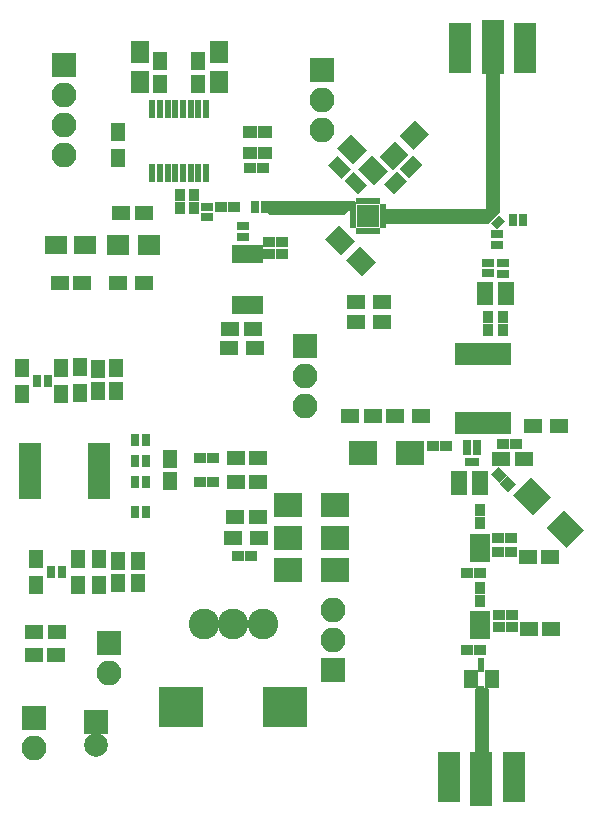
<source format=gbr>
G04 #@! TF.FileFunction,Soldermask,Top*
%FSLAX46Y46*%
G04 Gerber Fmt 4.6, Leading zero omitted, Abs format (unit mm)*
G04 Created by KiCad (PCBNEW 4.0.7) date Mon Apr 16 16:01:48 2018*
%MOMM*%
%LPD*%
G01*
G04 APERTURE LIST*
%ADD10C,0.100000*%
%ADD11R,1.150000X1.600000*%
%ADD12R,0.800000X1.000000*%
%ADD13R,1.000000X0.900000*%
%ADD14R,1.600000X1.150000*%
%ADD15R,1.650000X1.900000*%
%ADD16R,1.900000X1.650000*%
%ADD17R,0.900000X1.000000*%
%ADD18R,0.750000X0.700000*%
%ADD19R,2.000000X2.000000*%
%ADD20C,2.000000*%
%ADD21R,1.254000X1.554000*%
%ADD22R,0.604000X1.254000*%
%ADD23R,1.900000X4.650000*%
%ADD24R,1.900000X4.350000*%
%ADD25R,2.100000X2.100000*%
%ADD26O,2.100000X2.100000*%
%ADD27R,0.700000X0.750000*%
%ADD28R,1.000000X0.800000*%
%ADD29R,1.600000X1.300000*%
%ADD30R,1.900000X1.700000*%
%ADD31R,1.300000X1.600000*%
%ADD32R,2.400000X2.100000*%
%ADD33C,2.600000*%
%ADD34R,3.700000X3.400000*%
%ADD35R,1.400000X0.750000*%
%ADD36R,0.654000X1.604000*%
%ADD37R,1.200000X1.000000*%
%ADD38R,0.490000X1.540000*%
%ADD39R,0.529000X0.484000*%
%ADD40R,0.484000X0.529000*%
%ADD41R,1.954000X1.954000*%
%ADD42R,0.850000X1.850000*%
%ADD43R,0.700000X0.686000*%
%ADD44R,1.700000X1.500000*%
%ADD45R,1.850000X0.850000*%
%ADD46C,0.254000*%
G04 APERTURE END LIST*
D10*
D11*
X109105700Y-130266400D03*
X109105700Y-132166400D03*
D12*
X113150000Y-138100000D03*
X112250000Y-138100000D03*
D13*
X123600000Y-120550000D03*
X124700000Y-120550000D03*
X123600000Y-119550000D03*
X124700000Y-119550000D03*
D14*
X122200000Y-126950000D03*
X120300000Y-126950000D03*
D11*
X117600000Y-106150000D03*
X117600000Y-104250000D03*
D15*
X119300000Y-106000000D03*
X119300000Y-103500000D03*
D11*
X114350000Y-106150000D03*
X114350000Y-104250000D03*
D15*
X112650000Y-106000000D03*
X112650000Y-103500000D03*
D14*
X112950000Y-117050000D03*
X111050000Y-117050000D03*
D13*
X121950000Y-113300000D03*
X123050000Y-113300000D03*
D14*
X107750000Y-123050000D03*
X105850000Y-123050000D03*
D16*
X108000000Y-119800000D03*
X105500000Y-119800000D03*
D17*
X117250000Y-115550000D03*
X117250000Y-116650000D03*
X116000000Y-115550000D03*
X116000000Y-116650000D03*
D10*
G36*
X131888921Y-114709044D02*
X131075748Y-115522217D01*
X129944377Y-114390846D01*
X130757550Y-113577673D01*
X131888921Y-114709044D01*
X131888921Y-114709044D01*
G37*
G36*
X130545419Y-113365542D02*
X129732246Y-114178715D01*
X128600875Y-113047344D01*
X129414048Y-112234171D01*
X130545419Y-113365542D01*
X130545419Y-113365542D01*
G37*
G36*
X133622027Y-113548331D02*
X132455300Y-114715058D01*
X131111797Y-113371555D01*
X132278524Y-112204828D01*
X133622027Y-113548331D01*
X133622027Y-113548331D01*
G37*
G36*
X131854261Y-111780565D02*
X130687534Y-112947292D01*
X129344031Y-111603789D01*
X130510758Y-110437062D01*
X131854261Y-111780565D01*
X131854261Y-111780565D01*
G37*
G36*
X134027729Y-113488998D02*
X132861002Y-112322271D01*
X134204505Y-110978768D01*
X135371232Y-112145495D01*
X134027729Y-113488998D01*
X134027729Y-113488998D01*
G37*
G36*
X135795495Y-111721232D02*
X134628768Y-110554505D01*
X135972271Y-109211002D01*
X137138998Y-110377729D01*
X135795495Y-111721232D01*
X135795495Y-111721232D01*
G37*
G36*
X134119150Y-115494023D02*
X133305977Y-114680850D01*
X134437348Y-113549479D01*
X135250521Y-114362652D01*
X134119150Y-115494023D01*
X134119150Y-115494023D01*
G37*
G36*
X135462652Y-114150521D02*
X134649479Y-113337348D01*
X135780850Y-112205977D01*
X136594023Y-113019150D01*
X135462652Y-114150521D01*
X135462652Y-114150521D01*
G37*
G36*
X128315402Y-119322129D02*
X129482129Y-118155402D01*
X130825632Y-119498905D01*
X129658905Y-120665632D01*
X128315402Y-119322129D01*
X128315402Y-119322129D01*
G37*
G36*
X130083168Y-121089895D02*
X131249895Y-119923168D01*
X132593398Y-121266671D01*
X131426671Y-122433398D01*
X130083168Y-121089895D01*
X130083168Y-121089895D01*
G37*
D14*
X132350000Y-134250000D03*
X130450000Y-134250000D03*
D13*
X122050000Y-146150000D03*
X120950000Y-146150000D03*
D14*
X120700000Y-142850000D03*
X122600000Y-142850000D03*
D13*
X143350000Y-136650000D03*
X144450000Y-136650000D03*
D14*
X122650000Y-139850000D03*
X120750000Y-139850000D03*
D18*
X140350000Y-137230000D03*
X140350000Y-136670000D03*
D14*
X122650000Y-137850000D03*
X120750000Y-137850000D03*
D18*
X141150000Y-137230000D03*
X141150000Y-136670000D03*
D17*
X142150000Y-125900000D03*
X142150000Y-127000000D03*
X143400000Y-125900000D03*
X143400000Y-127000000D03*
D14*
X143250000Y-137900000D03*
X145150000Y-137900000D03*
X145585100Y-152285700D03*
X147485100Y-152285700D03*
D13*
X144148900Y-152146000D03*
X143048900Y-152146000D03*
D14*
X145481000Y-146253200D03*
X147381000Y-146253200D03*
D13*
X144056100Y-145770600D03*
X142956100Y-145770600D03*
D11*
X112509300Y-146535100D03*
X112509300Y-148435100D03*
X110782100Y-148450300D03*
X110782100Y-146550300D03*
X110578900Y-132156200D03*
X110578900Y-130256200D03*
D14*
X103700000Y-152600000D03*
X105600000Y-152600000D03*
D11*
X115200000Y-137900000D03*
X115200000Y-139800000D03*
D14*
X103650000Y-154500000D03*
X105550000Y-154500000D03*
D19*
X108950000Y-160150000D03*
D20*
X108950000Y-162150000D03*
D21*
X140650000Y-156550000D03*
X142450000Y-156550000D03*
D22*
X141550000Y-155350000D03*
X141550000Y-157750000D03*
D23*
X142500000Y-103000000D03*
D24*
X145270000Y-103150000D03*
X139730000Y-103150000D03*
X139730000Y-103150000D03*
X145270000Y-103150000D03*
D25*
X106250000Y-104580000D03*
D26*
X106250000Y-107120000D03*
X106250000Y-109660000D03*
X106250000Y-112200000D03*
D23*
X141550000Y-165000000D03*
D24*
X138780000Y-164850000D03*
X144320000Y-164850000D03*
X144320000Y-164850000D03*
X138780000Y-164850000D03*
D25*
X110050000Y-153460000D03*
D26*
X110050000Y-156000000D03*
D25*
X103700000Y-159860000D03*
D26*
X103700000Y-162400000D03*
D27*
X140470000Y-138150000D03*
X141030000Y-138150000D03*
D13*
X138550000Y-136850000D03*
X137450000Y-136850000D03*
D10*
G36*
X142339340Y-139225736D02*
X142975736Y-138589340D01*
X143682842Y-139296446D01*
X143046446Y-139932842D01*
X142339340Y-139225736D01*
X142339340Y-139225736D01*
G37*
G36*
X143117158Y-140003554D02*
X143753554Y-139367158D01*
X144460660Y-140074264D01*
X143824264Y-140710660D01*
X143117158Y-140003554D01*
X143117158Y-140003554D01*
G37*
D13*
X144100000Y-144600000D03*
X143000000Y-144600000D03*
X144150000Y-151100000D03*
X143050000Y-151100000D03*
D17*
X141450000Y-149900000D03*
X141450000Y-148800000D03*
X141450000Y-143350000D03*
X141450000Y-142250000D03*
D13*
X141450000Y-147550000D03*
X140350000Y-147550000D03*
X141450000Y-154100000D03*
X140350000Y-154100000D03*
X118800000Y-139850000D03*
X117700000Y-139850000D03*
X118850000Y-137850000D03*
X117750000Y-137850000D03*
D12*
X144200000Y-117700000D03*
X145100000Y-117700000D03*
D28*
X142850000Y-118900000D03*
X142850000Y-119800000D03*
X142100000Y-121300000D03*
X142100000Y-122200000D03*
X143350000Y-121350000D03*
X143350000Y-122250000D03*
D29*
X120150000Y-128550000D03*
X122350000Y-128550000D03*
X113000000Y-123050000D03*
X110800000Y-123050000D03*
D28*
X121400000Y-119100000D03*
X121400000Y-118200000D03*
D12*
X122350000Y-116600000D03*
X123250000Y-116600000D03*
D30*
X113450000Y-119800000D03*
X110750000Y-119800000D03*
D13*
X120600000Y-116550000D03*
X119500000Y-116550000D03*
D28*
X118350000Y-116550000D03*
X118350000Y-117450000D03*
D31*
X110750000Y-112400000D03*
X110750000Y-110200000D03*
D29*
X133150000Y-124600000D03*
X130950000Y-124600000D03*
X133150000Y-126350000D03*
X130950000Y-126350000D03*
X120500000Y-144600000D03*
X122700000Y-144600000D03*
X134200000Y-134250000D03*
X136400000Y-134250000D03*
D32*
X125200000Y-144600000D03*
X129200000Y-144600000D03*
X125200000Y-147350000D03*
X129200000Y-147350000D03*
X125200000Y-141850000D03*
X129200000Y-141850000D03*
D29*
X145950000Y-135150000D03*
X148150000Y-135150000D03*
D32*
X135550000Y-137400000D03*
X131550000Y-137400000D03*
D10*
G36*
X144244796Y-140929720D02*
X145729720Y-139444796D01*
X147426776Y-141141852D01*
X145941852Y-142626776D01*
X144244796Y-140929720D01*
X144244796Y-140929720D01*
G37*
G36*
X147073224Y-143758148D02*
X148558148Y-142273224D01*
X150255204Y-143970280D01*
X148770280Y-145455204D01*
X147073224Y-143758148D01*
X147073224Y-143758148D01*
G37*
D12*
X112250000Y-139850000D03*
X113150000Y-139850000D03*
X113150000Y-142400000D03*
X112250000Y-142400000D03*
X112250000Y-136350000D03*
X113150000Y-136350000D03*
D33*
X120550000Y-151900000D03*
X118050000Y-151900000D03*
X123050000Y-151900000D03*
D34*
X124950000Y-158900000D03*
X116150000Y-158900000D03*
D35*
X141450000Y-140600000D03*
X139650000Y-140600000D03*
X139650000Y-139300000D03*
X141450000Y-139300000D03*
X141450000Y-139950000D03*
X139650000Y-139950000D03*
X141850000Y-123250000D03*
X143650000Y-123250000D03*
X143650000Y-124550000D03*
X141850000Y-124550000D03*
X141850000Y-123900000D03*
X143650000Y-123900000D03*
D10*
G36*
X142386845Y-117911109D02*
X142811109Y-117486845D01*
X143313155Y-117988891D01*
X142888891Y-118413155D01*
X142386845Y-117911109D01*
X142386845Y-117911109D01*
G37*
G36*
X142634333Y-117663621D02*
X143058597Y-117239357D01*
X143560643Y-117741403D01*
X143136379Y-118165667D01*
X142634333Y-117663621D01*
X142634333Y-117663621D01*
G37*
G36*
X142040363Y-117069651D02*
X142464627Y-116645387D01*
X142966673Y-117147433D01*
X142542409Y-117571697D01*
X142040363Y-117069651D01*
X142040363Y-117069651D01*
G37*
G36*
X141792875Y-117317139D02*
X142217139Y-116892875D01*
X142719185Y-117394921D01*
X142294921Y-117819185D01*
X141792875Y-117317139D01*
X141792875Y-117317139D01*
G37*
D36*
X122050000Y-124850000D03*
X121400000Y-124850000D03*
X120750000Y-124850000D03*
X122700000Y-124850000D03*
X120750000Y-120550000D03*
X121400000Y-120550000D03*
X122050000Y-120550000D03*
X122700000Y-120550000D03*
D37*
X123200000Y-112050000D03*
X123200000Y-110250000D03*
X122000000Y-110250000D03*
X122000000Y-112050000D03*
D38*
X113700000Y-113700000D03*
X114350000Y-113700000D03*
X115000000Y-113700000D03*
X115650000Y-113700000D03*
X116300000Y-113700000D03*
X116950000Y-113700000D03*
X117600000Y-113700000D03*
X118250000Y-113700000D03*
X113700000Y-108300000D03*
X114350000Y-108300000D03*
X115000000Y-108300000D03*
X115650000Y-108300000D03*
X116300000Y-108300000D03*
X116950000Y-108300000D03*
X117600000Y-108300000D03*
X118250000Y-108300000D03*
D39*
X130700000Y-116600000D03*
X130700000Y-117100000D03*
X130700000Y-117600000D03*
X130700000Y-118100000D03*
X133230000Y-116600000D03*
X133230000Y-117100000D03*
X133230000Y-117600000D03*
X133230000Y-118100000D03*
D40*
X131215000Y-116085000D03*
X131715000Y-116085000D03*
X132215000Y-116085000D03*
X132715000Y-116085000D03*
X131215000Y-118615000D03*
X131715000Y-118615000D03*
X132215000Y-118615000D03*
X132715000Y-118615000D03*
D41*
X131965000Y-117350000D03*
D42*
X139770911Y-134900000D03*
X140420911Y-134900000D03*
X141070911Y-134900000D03*
X141720911Y-134900000D03*
X142370911Y-134900000D03*
X143020911Y-134900000D03*
X143670911Y-134900000D03*
X143670911Y-129000000D03*
X143020911Y-129000000D03*
X142370911Y-129000000D03*
X141720911Y-129000000D03*
X141070911Y-129000000D03*
X140420911Y-129000000D03*
X139770911Y-129000000D03*
D43*
X141950000Y-151100000D03*
X140950000Y-151100000D03*
X140950000Y-152800000D03*
X141950000Y-152800000D03*
X141450000Y-152800000D03*
X141450000Y-151100000D03*
D44*
X141450000Y-151950000D03*
D43*
X141950000Y-144600000D03*
X140950000Y-144600000D03*
X140950000Y-146300000D03*
X141950000Y-146300000D03*
X141450000Y-146300000D03*
X141450000Y-144600000D03*
D44*
X141450000Y-145450000D03*
D45*
X103300000Y-136950000D03*
X103300000Y-137600000D03*
X103300000Y-138250000D03*
X103300000Y-138900000D03*
X103300000Y-139550000D03*
X103300000Y-140200000D03*
X103300000Y-140850000D03*
X109200000Y-140850000D03*
X109200000Y-140200000D03*
X109200000Y-139550000D03*
X109200000Y-138900000D03*
X109200000Y-138250000D03*
X109200000Y-137600000D03*
X109200000Y-136950000D03*
D31*
X103886000Y-148547000D03*
X103886000Y-146347000D03*
D12*
X105137800Y-147472400D03*
X106037800Y-147472400D03*
D31*
X107429300Y-148602700D03*
X107429300Y-146402700D03*
X109156500Y-148597800D03*
X109156500Y-146397800D03*
X107569000Y-132341800D03*
X107569000Y-130141800D03*
X105994200Y-132397500D03*
X105994200Y-130197500D03*
D12*
X104818600Y-131318000D03*
X103918600Y-131318000D03*
D31*
X102654100Y-130230700D03*
X102654100Y-132430700D03*
D25*
X128050000Y-104960000D03*
D26*
X128050000Y-107500000D03*
X128050000Y-110040000D03*
D25*
X126644400Y-128333500D03*
D26*
X126644400Y-130873500D03*
X126644400Y-133413500D03*
D25*
X128993900Y-155790900D03*
D26*
X128993900Y-153250900D03*
X128993900Y-150710900D03*
D46*
G36*
X130773000Y-116723000D02*
X130275000Y-116723000D01*
X130225590Y-116733006D01*
X130185197Y-116760197D01*
X129872394Y-117073000D01*
X123577000Y-117073000D01*
X123577000Y-116127000D01*
X130773000Y-116127000D01*
X130773000Y-116723000D01*
X130773000Y-116723000D01*
G37*
X130773000Y-116723000D02*
X130275000Y-116723000D01*
X130225590Y-116733006D01*
X130185197Y-116760197D01*
X129872394Y-117073000D01*
X123577000Y-117073000D01*
X123577000Y-116127000D01*
X130773000Y-116127000D01*
X130773000Y-116723000D01*
G36*
X142073000Y-117823000D02*
X133129673Y-117823000D01*
X133149381Y-116877000D01*
X142073000Y-116877000D01*
X142073000Y-117823000D01*
X142073000Y-117823000D01*
G37*
X142073000Y-117823000D02*
X133129673Y-117823000D01*
X133149381Y-116877000D01*
X142073000Y-116877000D01*
X142073000Y-117823000D01*
G36*
X142973000Y-116998000D02*
X142027000Y-116998000D01*
X142027000Y-105252000D01*
X142973000Y-105252000D01*
X142973000Y-116998000D01*
X142973000Y-116998000D01*
G37*
X142973000Y-116998000D02*
X142027000Y-116998000D01*
X142027000Y-105252000D01*
X142973000Y-105252000D01*
X142973000Y-116998000D01*
G36*
X142023000Y-162773000D02*
X141077000Y-162773000D01*
X141077000Y-157402000D01*
X142023000Y-157402000D01*
X142023000Y-162773000D01*
X142023000Y-162773000D01*
G37*
X142023000Y-162773000D02*
X141077000Y-162773000D01*
X141077000Y-157402000D01*
X142023000Y-157402000D01*
X142023000Y-162773000D01*
M02*

</source>
